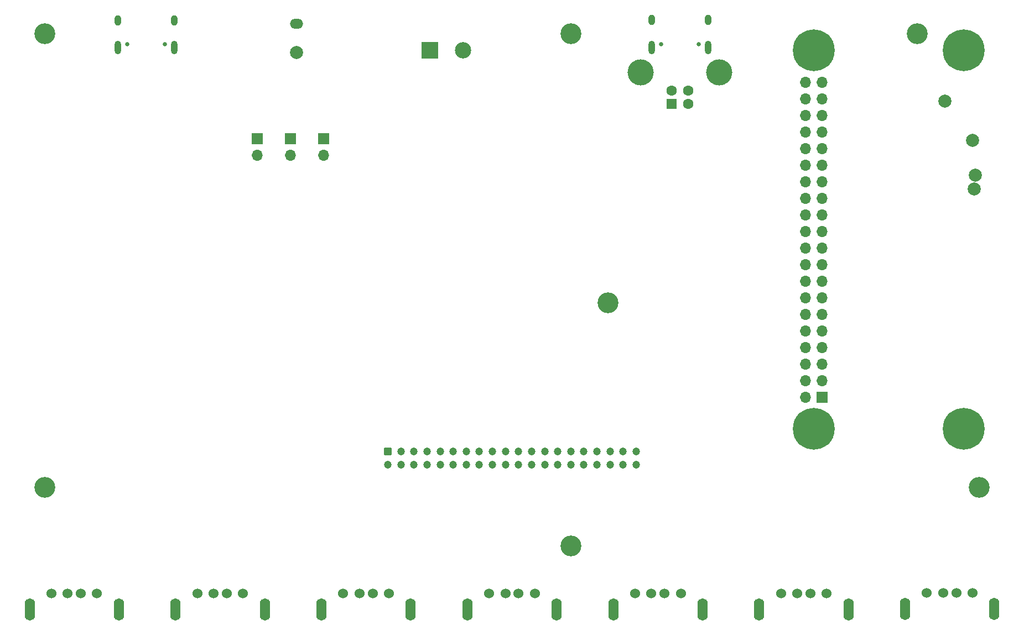
<source format=gbr>
G04 #@! TF.GenerationSoftware,KiCad,Pcbnew,7.0.9*
G04 #@! TF.CreationDate,2024-02-27T14:15:26+02:00*
G04 #@! TF.ProjectId,volthub7,766f6c74-6875-4623-972e-6b696361645f,rev?*
G04 #@! TF.SameCoordinates,Original*
G04 #@! TF.FileFunction,Soldermask,Bot*
G04 #@! TF.FilePolarity,Negative*
%FSLAX46Y46*%
G04 Gerber Fmt 4.6, Leading zero omitted, Abs format (unit mm)*
G04 Created by KiCad (PCBNEW 7.0.9) date 2024-02-27 14:15:26*
%MOMM*%
%LPD*%
G01*
G04 APERTURE LIST*
G04 Aperture macros list*
%AMRoundRect*
0 Rectangle with rounded corners*
0 $1 Rounding radius*
0 $2 $3 $4 $5 $6 $7 $8 $9 X,Y pos of 4 corners*
0 Add a 4 corners polygon primitive as box body*
4,1,4,$2,$3,$4,$5,$6,$7,$8,$9,$2,$3,0*
0 Add four circle primitives for the rounded corners*
1,1,$1+$1,$2,$3*
1,1,$1+$1,$4,$5*
1,1,$1+$1,$6,$7*
1,1,$1+$1,$8,$9*
0 Add four rect primitives between the rounded corners*
20,1,$1+$1,$2,$3,$4,$5,0*
20,1,$1+$1,$4,$5,$6,$7,0*
20,1,$1+$1,$6,$7,$8,$9,0*
20,1,$1+$1,$8,$9,$2,$3,0*%
G04 Aperture macros list end*
%ADD10C,6.400000*%
%ADD11C,3.200000*%
%ADD12C,1.524000*%
%ADD13O,1.600000X3.400000*%
%ADD14O,2.000000X1.500000*%
%ADD15C,2.000000*%
%ADD16R,2.500000X2.500000*%
%ADD17C,2.500000*%
%ADD18R,1.700000X1.700000*%
%ADD19O,1.700000X1.700000*%
%ADD20R,1.600000X1.600000*%
%ADD21C,1.600000*%
%ADD22C,4.000000*%
%ADD23RoundRect,0.250000X-0.350000X-0.350000X0.350000X-0.350000X0.350000X0.350000X-0.350000X0.350000X0*%
%ADD24C,1.200000*%
%ADD25C,0.650000*%
%ADD26O,1.000000X2.100000*%
%ADD27O,1.000000X1.600000*%
G04 APERTURE END LIST*
D10*
G04 #@! TO.C,H11*
X144262262Y-26750000D03*
G04 #@! TD*
G04 #@! TO.C,H10*
X167262262Y-26750000D03*
G04 #@! TD*
G04 #@! TO.C,H8*
X144262262Y-84750000D03*
G04 #@! TD*
D11*
G04 #@! TO.C,H3*
X169612262Y-93700000D03*
G04 #@! TD*
D12*
G04 #@! TO.C,J5*
X49945595Y-109950000D03*
X52445595Y-109950000D03*
X54445595Y-109950000D03*
X56945595Y-109950000D03*
D13*
X46620595Y-112450000D03*
X60270595Y-112450000D03*
G04 #@! TD*
D14*
G04 #@! TO.C,J13*
X65112262Y-22700000D03*
D15*
X65112262Y-27100000D03*
G04 #@! TD*
D12*
G04 #@! TO.C,J8*
X116945594Y-109950000D03*
X119445594Y-109950000D03*
X121445594Y-109950000D03*
X123945594Y-109950000D03*
D13*
X113620594Y-112450000D03*
X127270594Y-112450000D03*
G04 #@! TD*
D15*
G04 #@! TO.C,TP1*
X168862262Y-48000000D03*
G04 #@! TD*
D16*
G04 #@! TO.C,J12*
X85567262Y-26700000D03*
D17*
X90647262Y-26700000D03*
G04 #@! TD*
D18*
G04 #@! TO.C,JP4*
X69292262Y-40230000D03*
D19*
X69292262Y-42770000D03*
G04 #@! TD*
D15*
G04 #@! TO.C,TP3*
X164362262Y-34550000D03*
G04 #@! TD*
D11*
G04 #@! TO.C,H7*
X112812262Y-65400000D03*
G04 #@! TD*
D12*
G04 #@! TO.C,J10*
X161612262Y-109850000D03*
X164112262Y-109850000D03*
X166112262Y-109850000D03*
X168612262Y-109850000D03*
D13*
X158287262Y-112350000D03*
X171937262Y-112350000D03*
G04 #@! TD*
D10*
G04 #@! TO.C,H9*
X167262262Y-84750000D03*
G04 #@! TD*
D18*
G04 #@! TO.C,JP2*
X59132262Y-40230000D03*
D19*
X59132262Y-42770000D03*
G04 #@! TD*
D20*
G04 #@! TO.C,J1*
X122542262Y-34942500D03*
D21*
X125042262Y-34942500D03*
X125042262Y-32942500D03*
X122542262Y-32942500D03*
D22*
X117792262Y-30082500D03*
X129792262Y-30082500D03*
G04 #@! TD*
D23*
G04 #@! TO.C,J2*
X79112262Y-88200000D03*
D24*
X79112262Y-90200000D03*
X81112262Y-88200000D03*
X81112262Y-90200000D03*
X83112262Y-88200000D03*
X83112262Y-90200000D03*
X85112262Y-88200000D03*
X85112262Y-90200000D03*
X87112262Y-88200000D03*
X87112262Y-90200000D03*
X89112262Y-88200000D03*
X89112262Y-90200000D03*
X91112262Y-88200000D03*
X91112262Y-90200000D03*
X93112262Y-88200000D03*
X93112262Y-90200000D03*
X95112262Y-88200000D03*
X95112262Y-90200000D03*
X97112262Y-88200000D03*
X97112262Y-90200000D03*
X99112262Y-88200000D03*
X99112262Y-90200000D03*
X101112262Y-88200000D03*
X101112262Y-90200000D03*
X103112262Y-88200000D03*
X103112262Y-90200000D03*
X105112262Y-88200000D03*
X105112262Y-90200000D03*
X107112262Y-88200000D03*
X107112262Y-90200000D03*
X109112262Y-88200000D03*
X109112262Y-90200000D03*
X111112262Y-88200000D03*
X111112262Y-90200000D03*
X113112262Y-88200000D03*
X113112262Y-90200000D03*
X115112262Y-88200000D03*
X115112262Y-90200000D03*
X117112262Y-88200000D03*
X117112262Y-90200000D03*
G04 #@! TD*
D11*
G04 #@! TO.C,H2*
X160112262Y-24200000D03*
G04 #@! TD*
G04 #@! TO.C,H5*
X107112262Y-102700000D03*
G04 #@! TD*
G04 #@! TO.C,H1*
X26612262Y-24200000D03*
G04 #@! TD*
D12*
G04 #@! TO.C,J4*
X27612262Y-109950000D03*
X30112262Y-109950000D03*
X32112262Y-109950000D03*
X34612262Y-109950000D03*
D13*
X24287262Y-112450000D03*
X37937262Y-112450000D03*
G04 #@! TD*
D15*
G04 #@! TO.C,TP2*
X169062262Y-45850000D03*
G04 #@! TD*
D18*
G04 #@! TO.C,JP3*
X64212262Y-40230000D03*
D19*
X64212262Y-42770000D03*
G04 #@! TD*
D25*
G04 #@! TO.C,J3*
X126682262Y-25755000D03*
X120902262Y-25755000D03*
D26*
X128112262Y-26285000D03*
D27*
X128112262Y-22105000D03*
D26*
X119472262Y-26285000D03*
D27*
X119472262Y-22105000D03*
G04 #@! TD*
D11*
G04 #@! TO.C,H4*
X26612262Y-93700000D03*
G04 #@! TD*
D12*
G04 #@! TO.C,J7*
X94612261Y-109950000D03*
X97112261Y-109950000D03*
X99112261Y-109950000D03*
X101612261Y-109950000D03*
D13*
X91287261Y-112450000D03*
X104937261Y-112450000D03*
G04 #@! TD*
D18*
G04 #@! TO.C,U2*
X145538750Y-79868750D03*
D19*
X142998750Y-79868750D03*
X145538750Y-77328750D03*
X142998750Y-77328750D03*
X145538750Y-74788750D03*
X142998750Y-74788750D03*
X145538750Y-72248750D03*
X142998750Y-72248750D03*
X145538750Y-69708750D03*
X142998750Y-69708750D03*
X145538750Y-67168750D03*
X142998750Y-67168750D03*
X145538750Y-64628750D03*
X142998750Y-64628750D03*
X145538750Y-62088750D03*
X142998750Y-62088750D03*
X145538750Y-59548750D03*
X142998750Y-59548750D03*
X145538750Y-57008750D03*
X142998750Y-57008750D03*
X145538750Y-54468750D03*
X142998750Y-54468750D03*
X145538750Y-51928750D03*
X142998750Y-51928750D03*
X145538750Y-49388750D03*
X142998750Y-49388750D03*
X145538750Y-46848750D03*
X142998750Y-46848750D03*
X145538750Y-44308750D03*
X142998750Y-44308750D03*
X145538750Y-41768750D03*
X142998750Y-41768750D03*
X145538750Y-39228750D03*
X142998750Y-39228750D03*
X145538750Y-36688750D03*
X142998750Y-36688750D03*
X145538750Y-34148750D03*
X142998750Y-34148750D03*
X145538750Y-31608750D03*
X142998750Y-31608750D03*
G04 #@! TD*
D12*
G04 #@! TO.C,J6*
X72278928Y-109950000D03*
X74778928Y-109950000D03*
X76778928Y-109950000D03*
X79278928Y-109950000D03*
D13*
X68953928Y-112450000D03*
X82603928Y-112450000D03*
G04 #@! TD*
D11*
G04 #@! TO.C,H6*
X107112262Y-24200000D03*
G04 #@! TD*
D15*
G04 #@! TO.C,TP4*
X168562262Y-40500000D03*
G04 #@! TD*
D25*
G04 #@! TO.C,J11*
X45002262Y-25800000D03*
X39222262Y-25800000D03*
D26*
X46432262Y-26330000D03*
D27*
X46432262Y-22150000D03*
D26*
X37792262Y-26330000D03*
D27*
X37792262Y-22150000D03*
G04 #@! TD*
D12*
G04 #@! TO.C,J9*
X139278927Y-109950000D03*
X141778927Y-109950000D03*
X143778927Y-109950000D03*
X146278927Y-109950000D03*
D13*
X135953927Y-112450000D03*
X149603927Y-112450000D03*
G04 #@! TD*
M02*

</source>
